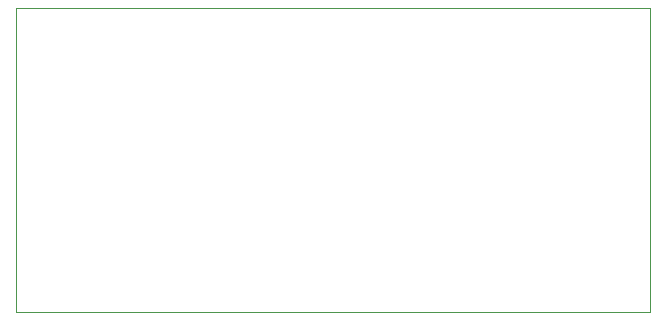
<source format=gbr>
%TF.GenerationSoftware,Altium Limited,Altium Designer,22.8.2 (66)*%
G04 Layer_Color=0*
%FSLAX45Y45*%
%MOMM*%
%TF.SameCoordinates,DE4C73A7-34E9-4613-BA68-141157798951*%
%TF.FilePolarity,Positive*%
%TF.FileFunction,Profile,NP*%
%TF.Part,Single*%
G01*
G75*
%TA.AperFunction,Profile*%
%ADD75C,0.02540*%
D75*
X2534920Y2513330D02*
X7899401D01*
Y5090160D01*
X2534920D01*
Y2513330D01*
%TF.MD5,e1da85fa6347d3288bbfb32d73e233c6*%
M02*

</source>
